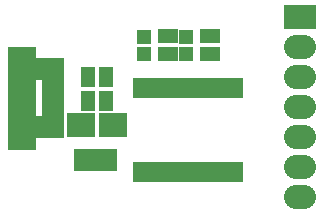
<source format=gts>
G04 (created by PCBNEW-RS274X (2012-jan-04)-stable) date Fri 25 Jan 2013 15:52:51 CET*
G01*
G70*
G90*
%MOIN*%
G04 Gerber Fmt 3.4, Leading zero omitted, Abs format*
%FSLAX34Y34*%
G04 APERTURE LIST*
%ADD10C,0.006000*%
%ADD11R,0.036000X0.070000*%
%ADD12R,0.055000X0.075000*%
%ADD13R,0.045000X0.065000*%
%ADD14R,0.051400X0.051400*%
%ADD15R,0.065000X0.045000*%
%ADD16R,0.094700X0.066200*%
%ADD17R,0.094700X0.113500*%
%ADD18R,0.102700X0.078000*%
%ADD19R,0.074300X0.037700*%
%ADD20R,0.106600X0.080000*%
%ADD21O,0.106600X0.080000*%
%ADD22R,0.096800X0.079100*%
G04 APERTURE END LIST*
G54D10*
G54D11*
X61002Y-44229D03*
X61252Y-44229D03*
X61512Y-44229D03*
X61772Y-44229D03*
X62022Y-44229D03*
X62282Y-44229D03*
X62542Y-44229D03*
X62792Y-44229D03*
X63052Y-44229D03*
X63302Y-44229D03*
X63562Y-44229D03*
X63822Y-44229D03*
X64072Y-44229D03*
X64332Y-44229D03*
X64332Y-41429D03*
X64072Y-41429D03*
X63832Y-41429D03*
X63562Y-41429D03*
X63302Y-41429D03*
X63052Y-41429D03*
X62792Y-41429D03*
X62542Y-41429D03*
X62282Y-41429D03*
X62022Y-41429D03*
X61772Y-41429D03*
X61512Y-41429D03*
X61252Y-41429D03*
X61002Y-41429D03*
G54D12*
X59580Y-43820D03*
X60040Y-43820D03*
X59130Y-43820D03*
G54D13*
X59350Y-41050D03*
X59950Y-41050D03*
X59350Y-41850D03*
X59950Y-41850D03*
G54D14*
X61200Y-39705D03*
X61200Y-40295D03*
X62600Y-39705D03*
X62600Y-40295D03*
G54D15*
X62000Y-39700D03*
X62000Y-40300D03*
X63400Y-40300D03*
X63400Y-39700D03*
G54D16*
X57140Y-41430D03*
X57140Y-42090D03*
G54D17*
X57140Y-42907D03*
X57140Y-40613D03*
G54D18*
X58045Y-42729D03*
X58045Y-40791D03*
G54D19*
X58187Y-41248D03*
X58187Y-41504D03*
X58187Y-41760D03*
X58187Y-42016D03*
X58187Y-42272D03*
G54D20*
X66400Y-39050D03*
G54D21*
X66400Y-40050D03*
X66400Y-41050D03*
X66400Y-42050D03*
X66400Y-43050D03*
X66400Y-44050D03*
X66400Y-45050D03*
G54D22*
X59109Y-42650D03*
X60191Y-42650D03*
M02*

</source>
